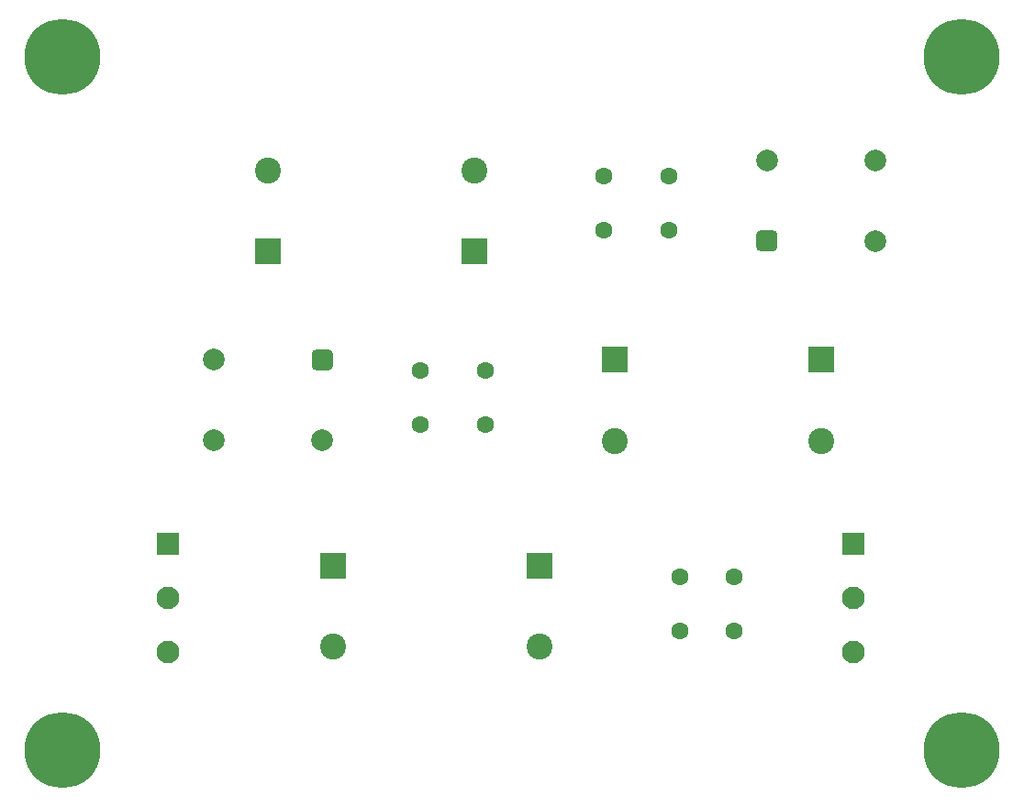
<source format=gbr>
G04 #@! TF.GenerationSoftware,KiCad,Pcbnew,(5.1.6)-1*
G04 #@! TF.CreationDate,2021-03-17T22:05:54+03:00*
G04 #@! TF.ProjectId,Power_filter,506f7765-725f-4666-996c-7465722e6b69,rev?*
G04 #@! TF.SameCoordinates,Original*
G04 #@! TF.FileFunction,Copper,L1,Top*
G04 #@! TF.FilePolarity,Positive*
%FSLAX46Y46*%
G04 Gerber Fmt 4.6, Leading zero omitted, Abs format (unit mm)*
G04 Created by KiCad (PCBNEW (5.1.6)-1) date 2021-03-17 22:05:54*
%MOMM*%
%LPD*%
G01*
G04 APERTURE LIST*
G04 #@! TA.AperFunction,ComponentPad*
%ADD10C,2.100000*%
G04 #@! TD*
G04 #@! TA.AperFunction,ComponentPad*
%ADD11R,2.100000X2.100000*%
G04 #@! TD*
G04 #@! TA.AperFunction,ComponentPad*
%ADD12C,2.000000*%
G04 #@! TD*
G04 #@! TA.AperFunction,ComponentPad*
%ADD13C,1.600000*%
G04 #@! TD*
G04 #@! TA.AperFunction,ComponentPad*
%ADD14C,2.400000*%
G04 #@! TD*
G04 #@! TA.AperFunction,ComponentPad*
%ADD15R,2.400000X2.400000*%
G04 #@! TD*
G04 #@! TA.AperFunction,ViaPad*
%ADD16C,7.000000*%
G04 #@! TD*
G04 APERTURE END LIST*
D10*
X165000000Y-123000000D03*
X165000000Y-118000000D03*
D11*
X165000000Y-113000000D03*
D10*
X101750000Y-123000000D03*
X101750000Y-118000000D03*
D11*
X101750000Y-113000000D03*
D12*
X116000000Y-103400000D03*
X106000000Y-103400000D03*
X106000000Y-96000000D03*
G04 #@! TA.AperFunction,ComponentPad*
G36*
G01*
X117000000Y-95500000D02*
X117000000Y-96500000D01*
G75*
G02*
X116500000Y-97000000I-500000J0D01*
G01*
X115500000Y-97000000D01*
G75*
G02*
X115000000Y-96500000I0J500000D01*
G01*
X115000000Y-95500000D01*
G75*
G02*
X115500000Y-95000000I500000J0D01*
G01*
X116500000Y-95000000D01*
G75*
G02*
X117000000Y-95500000I0J-500000D01*
G01*
G37*
G04 #@! TD.AperFunction*
X157000000Y-77600000D03*
X167000000Y-77600000D03*
X167000000Y-85000000D03*
G04 #@! TA.AperFunction,ComponentPad*
G36*
G01*
X156000000Y-85500000D02*
X156000000Y-84500000D01*
G75*
G02*
X156500000Y-84000000I500000J0D01*
G01*
X157500000Y-84000000D01*
G75*
G02*
X158000000Y-84500000I0J-500000D01*
G01*
X158000000Y-85500000D01*
G75*
G02*
X157500000Y-86000000I-500000J0D01*
G01*
X156500000Y-86000000D01*
G75*
G02*
X156000000Y-85500000I0J500000D01*
G01*
G37*
G04 #@! TD.AperFunction*
D13*
X154000000Y-121000000D03*
X154000000Y-116000000D03*
X149000000Y-121000000D03*
X149000000Y-116000000D03*
D14*
X136000000Y-122500000D03*
D15*
X136000000Y-115000000D03*
D14*
X117000000Y-122500000D03*
D15*
X117000000Y-115000000D03*
D13*
X125000000Y-102000000D03*
X125000000Y-97000000D03*
X131000000Y-102000000D03*
X131000000Y-97000000D03*
D14*
X143000000Y-103500000D03*
D15*
X143000000Y-96000000D03*
D14*
X162000000Y-103500000D03*
D15*
X162000000Y-96000000D03*
D13*
X148000000Y-79000000D03*
X148000000Y-84000000D03*
X142000000Y-79000000D03*
X142000000Y-84000000D03*
D14*
X130000000Y-78500000D03*
D15*
X130000000Y-86000000D03*
D14*
X111000000Y-78500000D03*
D15*
X111000000Y-86000000D03*
D16*
X92000000Y-132000000D03*
X175000000Y-132000000D03*
X175000000Y-68000000D03*
X92000000Y-68000000D03*
M02*

</source>
